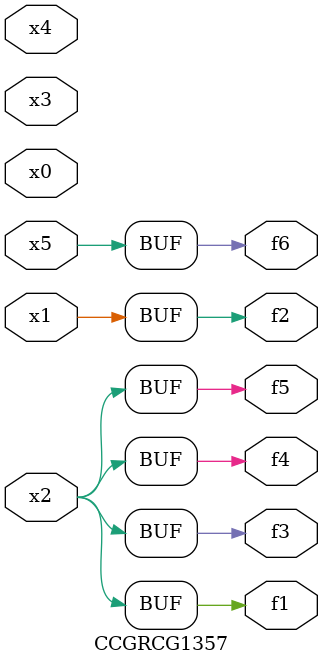
<source format=v>
module CCGRCG1357(
	input x0, x1, x2, x3, x4, x5,
	output f1, f2, f3, f4, f5, f6
);
	assign f1 = x2;
	assign f2 = x1;
	assign f3 = x2;
	assign f4 = x2;
	assign f5 = x2;
	assign f6 = x5;
endmodule

</source>
